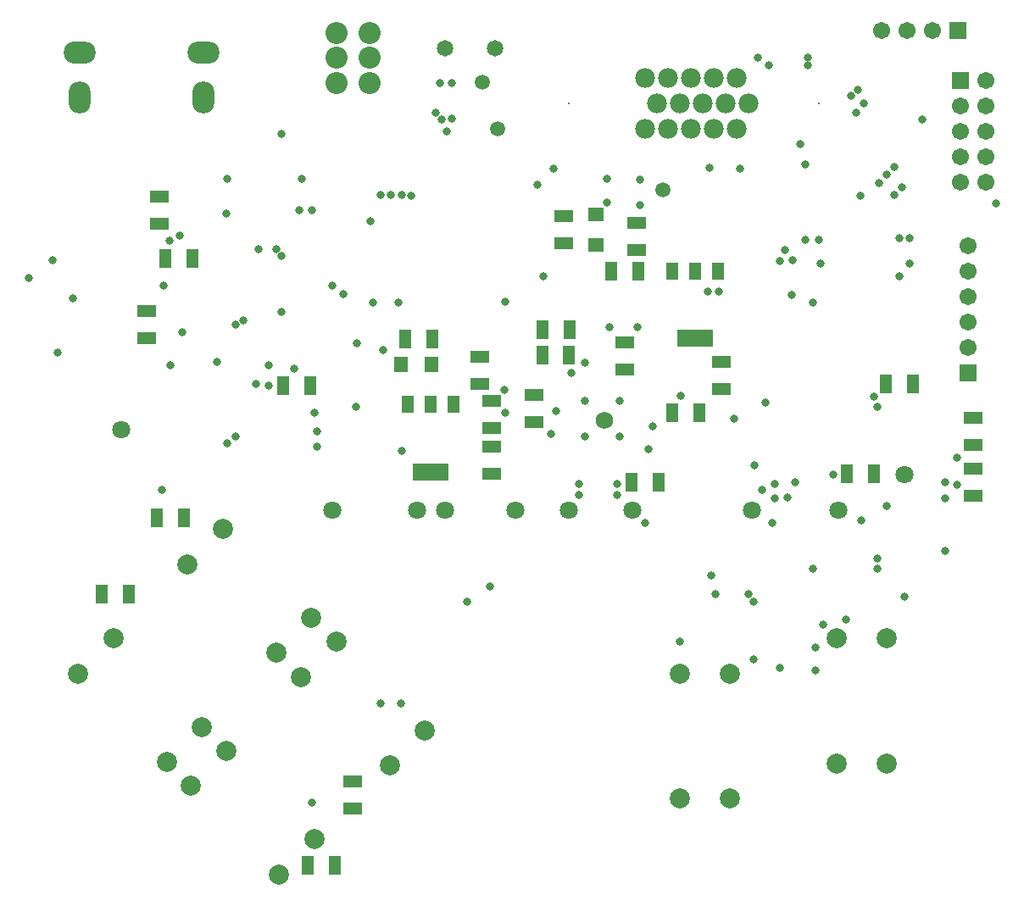
<source format=gbs>
G04*
G04 #@! TF.GenerationSoftware,Altium Limited,Altium Designer,18.1.7 (191)*
G04*
G04 Layer_Color=16711935*
%FSLAX44Y44*%
%MOMM*%
G71*
G01*
G75*
%ADD38R,1.3032X1.9032*%
%ADD39R,1.9032X1.3032*%
%ADD49R,1.4032X1.6032*%
%ADD56C,1.7272*%
%ADD57C,1.8032*%
%ADD58C,0.2032*%
%ADD59C,1.9812*%
%ADD60C,2.2032*%
%ADD61C,2.0032*%
%ADD62C,1.7032*%
%ADD63R,1.7032X1.7032*%
%ADD64C,1.6532*%
%ADD65O,2.2032X3.2032*%
%ADD66O,3.2032X2.2032*%
%ADD67R,1.7032X1.7032*%
%ADD68C,0.8032*%
%ADD69C,1.5032*%
%ADD88R,1.3032X1.7532*%
%ADD89R,1.3032X1.7532*%
%ADD90R,3.6532X1.7532*%
%ADD91R,1.6032X1.4032*%
D38*
X559045Y566420D02*
D03*
X532045D02*
D03*
X324650Y57150D02*
D03*
X297650D02*
D03*
X863780Y448010D02*
D03*
X836781D02*
D03*
X648500Y439289D02*
D03*
X621500D02*
D03*
X155410Y663150D02*
D03*
X182410D02*
D03*
X532600Y591820D02*
D03*
X559600D02*
D03*
X689140Y509025D02*
D03*
X662140D02*
D03*
X902500Y537680D02*
D03*
X875500D02*
D03*
X422349Y583020D02*
D03*
X395350D02*
D03*
X628180Y650423D02*
D03*
X601180D02*
D03*
X300520Y535940D02*
D03*
X273520D02*
D03*
X118910Y327660D02*
D03*
X91910D02*
D03*
X147310Y403860D02*
D03*
X174310D02*
D03*
D39*
X711200Y532600D02*
D03*
Y559600D02*
D03*
X614680Y579120D02*
D03*
Y552120D02*
D03*
X343088Y113500D02*
D03*
Y140500D02*
D03*
X137460Y583400D02*
D03*
Y610400D02*
D03*
X149860Y697550D02*
D03*
Y724550D02*
D03*
X524085Y526580D02*
D03*
Y499580D02*
D03*
X481879Y494010D02*
D03*
Y521010D02*
D03*
Y448010D02*
D03*
Y475010D02*
D03*
X469900Y537680D02*
D03*
Y564680D02*
D03*
X626110Y671570D02*
D03*
Y698570D02*
D03*
X553720Y705650D02*
D03*
Y678650D02*
D03*
X962660Y452920D02*
D03*
Y425920D02*
D03*
X962660Y476720D02*
D03*
Y503720D02*
D03*
D49*
X421350Y557020D02*
D03*
X391350D02*
D03*
D56*
X593950Y501170D02*
D03*
D57*
X322580Y411480D02*
D03*
X111760Y492010D02*
D03*
X894080Y447040D02*
D03*
X828040Y411480D02*
D03*
X741680D02*
D03*
X622300D02*
D03*
X505460D02*
D03*
X558800D02*
D03*
X434740D02*
D03*
X406860D02*
D03*
D58*
X808228Y817880D02*
D03*
X558292D02*
D03*
D59*
X703580Y843280D02*
D03*
X726440D02*
D03*
X669290Y817880D02*
D03*
X726440Y792480D02*
D03*
X680720D02*
D03*
Y843280D02*
D03*
X715010Y817880D02*
D03*
X703580Y792480D02*
D03*
X692150Y817880D02*
D03*
X646430D02*
D03*
X737870D02*
D03*
X657860Y843280D02*
D03*
X635000D02*
D03*
X657860Y792480D02*
D03*
X635000D02*
D03*
D60*
X326588Y888600D02*
D03*
Y863600D02*
D03*
X359588Y888600D02*
D03*
Y863600D02*
D03*
X326588Y838600D02*
D03*
X359588D02*
D03*
D61*
X301555Y304555D02*
D03*
X266200Y269200D02*
D03*
X213167Y392944D02*
D03*
X177812Y357588D02*
D03*
X415088Y191812D02*
D03*
X379733Y156456D02*
D03*
X326700Y280200D02*
D03*
X291345Y244845D02*
D03*
X304700Y83200D02*
D03*
X269345Y47845D02*
D03*
X216311Y171588D02*
D03*
X180956Y136233D02*
D03*
X192450Y195200D02*
D03*
X157094Y159845D02*
D03*
X104062Y283589D02*
D03*
X68706Y248233D02*
D03*
X719200Y248533D02*
D03*
Y123533D02*
D03*
X669200D02*
D03*
Y248533D02*
D03*
X876500Y283828D02*
D03*
Y158828D02*
D03*
X826500D02*
D03*
Y283828D02*
D03*
D62*
X975360Y739140D02*
D03*
Y789940D02*
D03*
Y764540D02*
D03*
X949960Y739140D02*
D03*
Y789940D02*
D03*
Y764540D02*
D03*
X975360Y815340D02*
D03*
Y840740D02*
D03*
X949960Y815340D02*
D03*
X957580Y574040D02*
D03*
Y599440D02*
D03*
Y624840D02*
D03*
Y650240D02*
D03*
Y675640D02*
D03*
X922020Y891140D02*
D03*
X896620D02*
D03*
X871220D02*
D03*
D63*
X949960Y840740D02*
D03*
X957580Y548640D02*
D03*
D64*
X484740Y872960D02*
D03*
X434740D02*
D03*
D65*
X193439Y824090D02*
D03*
X70439Y824090D02*
D03*
D66*
X193439Y869050D02*
D03*
X70439Y869050D02*
D03*
D67*
X947420Y891140D02*
D03*
D68*
X891540Y734060D02*
D03*
X883920Y726440D02*
D03*
X723900Y502920D02*
D03*
X599440Y594360D02*
D03*
X627680D02*
D03*
X495153Y619613D02*
D03*
X574995Y485140D02*
D03*
X609600D02*
D03*
Y520700D02*
D03*
X574995D02*
D03*
X607060Y437965D02*
D03*
Y426720D02*
D03*
X764540Y437965D02*
D03*
X744220Y456277D02*
D03*
X866948Y353060D02*
D03*
X802640D02*
D03*
X737870Y327660D02*
D03*
X704884D02*
D03*
X876500Y415630D02*
D03*
X808228Y681359D02*
D03*
X795020Y756920D02*
D03*
Y681640D02*
D03*
X850520Y401320D02*
D03*
X899160Y657860D02*
D03*
Y683219D02*
D03*
X883920Y754380D02*
D03*
X853440Y817880D02*
D03*
X845820Y808723D02*
D03*
X847560Y831380D02*
D03*
X797560Y863600D02*
D03*
X747845D02*
D03*
X436880Y789940D02*
D03*
X401320Y725820D02*
D03*
X889000Y645160D02*
D03*
Y683260D02*
D03*
X876300Y746760D02*
D03*
X789940Y777240D02*
D03*
X840740Y825500D02*
D03*
X797560Y855980D02*
D03*
X758811D02*
D03*
X431800Y802032D02*
D03*
X425439Y808723D02*
D03*
X391523Y726440D02*
D03*
X388620Y618960D02*
D03*
X363220D02*
D03*
X381000Y726440D02*
D03*
X769620Y660400D02*
D03*
X781268Y626328D02*
D03*
X370840Y726440D02*
D03*
X774700Y671570D02*
D03*
X810260Y657860D02*
D03*
X764540Y423289D02*
D03*
X777240Y424180D02*
D03*
X751840Y431629D02*
D03*
X217480Y478480D02*
D03*
X226060Y485140D02*
D03*
X302260Y711200D02*
D03*
X430240Y838600D02*
D03*
X441960Y838200D02*
D03*
X934720Y370840D02*
D03*
Y423289D02*
D03*
X835660Y302260D02*
D03*
X370840Y218440D02*
D03*
X391160D02*
D03*
X769620Y254000D02*
D03*
X812800Y297180D02*
D03*
X805180Y251460D02*
D03*
Y274320D02*
D03*
X457200Y320040D02*
D03*
X743135D02*
D03*
X762000Y399289D02*
D03*
X541020Y487700D02*
D03*
X152400Y431800D02*
D03*
X306900Y474980D02*
D03*
X304700Y509025D02*
D03*
X307340Y490220D02*
D03*
X259080Y535940D02*
D03*
X333210Y627850D02*
D03*
X271780Y609783D02*
D03*
X259080Y556260D02*
D03*
X360210Y700418D02*
D03*
X322580Y636328D02*
D03*
X248920Y672760D02*
D03*
X266360D02*
D03*
X292100Y742320D02*
D03*
X217660Y742480D02*
D03*
X233751Y601329D02*
D03*
X226060Y597083D02*
D03*
X271860Y665480D02*
D03*
X822711Y447289D02*
D03*
X784889Y439289D02*
D03*
X638489Y472440D02*
D03*
X782320Y661678D02*
D03*
X802640Y618960D02*
D03*
X850281Y725820D02*
D03*
X669200Y280200D02*
D03*
X743135Y263075D02*
D03*
X495385Y509025D02*
D03*
X494740Y531490D02*
D03*
X946670Y437063D02*
D03*
X561340Y548640D02*
D03*
X911720Y801840D02*
D03*
X946620Y464020D02*
D03*
X574995Y558800D02*
D03*
X271860Y787400D02*
D03*
X868361Y738820D02*
D03*
X373563Y571683D02*
D03*
X391523Y470925D02*
D03*
X699545Y753335D02*
D03*
X729494Y752821D02*
D03*
X701040Y346780D02*
D03*
X863240Y525420D02*
D03*
X866520Y514688D02*
D03*
X755120Y519534D02*
D03*
X42830Y661678D02*
D03*
X63500Y623000D02*
D03*
X18960Y643800D02*
D03*
X47870Y569350D02*
D03*
X172720Y589280D02*
D03*
X160810Y556260D02*
D03*
X207034Y560188D02*
D03*
X246380Y537420D02*
D03*
X284480Y553150D02*
D03*
X346240Y515033D02*
D03*
X346710Y578650D02*
D03*
X170180Y685800D02*
D03*
X160020Y680720D02*
D03*
X153660Y636328D02*
D03*
X216860Y707860D02*
D03*
X289560Y711200D02*
D03*
X934589Y439289D02*
D03*
X894080Y325120D02*
D03*
X866520Y363600D02*
D03*
X985360Y717916D02*
D03*
X302260Y119380D02*
D03*
X546100Y510420D02*
D03*
X568960Y437965D02*
D03*
Y426720D02*
D03*
X642500Y495420D02*
D03*
X670140Y525780D02*
D03*
X635000Y398780D02*
D03*
X480130Y335109D02*
D03*
X533413Y645160D02*
D03*
X697370Y629920D02*
D03*
X708660D02*
D03*
X441960Y802640D02*
D03*
X543213Y752821D02*
D03*
X526992Y736600D02*
D03*
X629920Y716280D02*
D03*
Y741680D02*
D03*
X596900Y718820D02*
D03*
Y742480D02*
D03*
D69*
X472740Y839310D02*
D03*
X487680Y792480D02*
D03*
X652780Y731520D02*
D03*
D88*
X397880Y517260D02*
D03*
X662000Y650829D02*
D03*
D89*
X420880Y517260D02*
D03*
X443880D02*
D03*
X685000Y650829D02*
D03*
X708000D02*
D03*
D90*
X420880Y449760D02*
D03*
X685000Y583329D02*
D03*
D91*
X585470Y707050D02*
D03*
Y677050D02*
D03*
M02*

</source>
